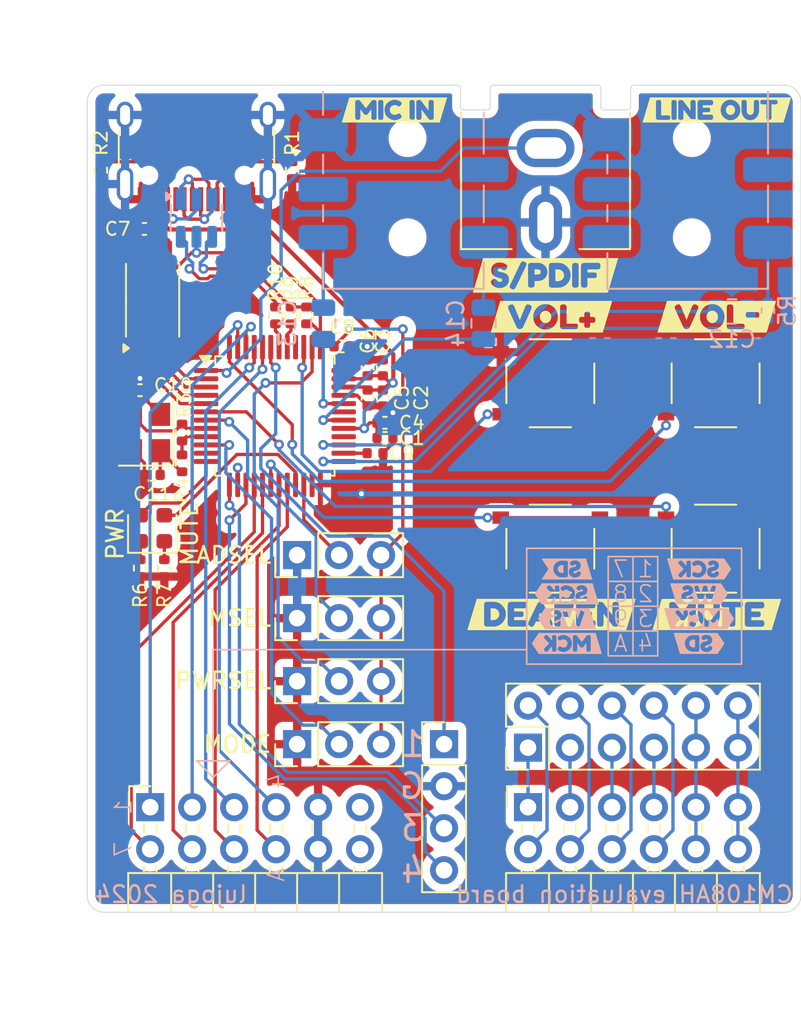
<source format=kicad_pcb>
(kicad_pcb
	(version 20240108)
	(generator "pcbnew")
	(generator_version "8.0")
	(general
		(thickness 1.6)
		(legacy_teardrops no)
	)
	(paper "A4")
	(layers
		(0 "F.Cu" signal)
		(1 "In1.Cu" signal)
		(2 "In2.Cu" signal)
		(31 "B.Cu" signal)
		(32 "B.Adhes" user "B.Adhesive")
		(33 "F.Adhes" user "F.Adhesive")
		(34 "B.Paste" user)
		(35 "F.Paste" user)
		(36 "B.SilkS" user "B.Silkscreen")
		(37 "F.SilkS" user "F.Silkscreen")
		(38 "B.Mask" user)
		(39 "F.Mask" user)
		(40 "Dwgs.User" user "User.Drawings")
		(41 "Cmts.User" user "User.Comments")
		(42 "Eco1.User" user "User.Eco1")
		(43 "Eco2.User" user "User.Eco2")
		(44 "Edge.Cuts" user)
		(45 "Margin" user)
		(46 "B.CrtYd" user "B.Courtyard")
		(47 "F.CrtYd" user "F.Courtyard")
		(48 "B.Fab" user)
		(49 "F.Fab" user)
		(50 "User.1" user)
		(51 "User.2" user)
		(52 "User.3" user)
		(53 "User.4" user)
		(54 "User.5" user)
		(55 "User.6" user)
		(56 "User.7" user)
		(57 "User.8" user)
		(58 "User.9" user)
	)
	(setup
		(stackup
			(layer "F.SilkS"
				(type "Top Silk Screen")
			)
			(layer "F.Paste"
				(type "Top Solder Paste")
			)
			(layer "F.Mask"
				(type "Top Solder Mask")
				(thickness 0.01)
			)
			(layer "F.Cu"
				(type "copper")
				(thickness 0.035)
			)
			(layer "dielectric 1"
				(type "prepreg")
				(thickness 0.1)
				(material "FR4")
				(epsilon_r 4.5)
				(loss_tangent 0.02)
			)
			(layer "In1.Cu"
				(type "copper")
				(thickness 0.035)
			)
			(layer "dielectric 2"
				(type "core")
				(thickness 1.24)
				(material "FR4")
				(epsilon_r 4.5)
				(loss_tangent 0.02)
			)
			(layer "In2.Cu"
				(type "copper")
				(thickness 0.035)
			)
			(layer "dielectric 3"
				(type "prepreg")
				(thickness 0.1)
				(material "FR4")
				(epsilon_r 4.5)
				(loss_tangent 0.02)
			)
			(layer "B.Cu"
				(type "copper")
				(thickness 0.035)
			)
			(layer "B.Mask"
				(type "Bottom Solder Mask")
				(thickness 0.01)
			)
			(layer "B.Paste"
				(type "Bottom Solder Paste")
			)
			(layer "B.SilkS"
				(type "Bottom Silk Screen")
			)
			(copper_finish "None")
			(dielectric_constraints no)
		)
		(pad_to_mask_clearance 0)
		(allow_soldermask_bridges_in_footprints no)
		(pcbplotparams
			(layerselection 0x00010fc_ffffffff)
			(plot_on_all_layers_selection 0x0000000_00000000)
			(disableapertmacros no)
			(usegerberextensions no)
			(usegerberattributes yes)
			(usegerberadvancedattributes yes)
			(creategerberjobfile yes)
			(dashed_line_dash_ratio 12.000000)
			(dashed_line_gap_ratio 3.000000)
			(svgprecision 4)
			(plotframeref no)
			(viasonmask no)
			(mode 1)
			(useauxorigin no)
			(hpglpennumber 1)
			(hpglpenspeed 20)
			(hpglpendiameter 15.000000)
			(pdf_front_fp_property_popups yes)
			(pdf_back_fp_property_popups yes)
			(dxfpolygonmode yes)
			(dxfimperialunits yes)
			(dxfusepcbnewfont yes)
			(psnegative no)
			(psa4output no)
			(plotreference yes)
			(plotvalue yes)
			(plotfptext yes)
			(plotinvisibletext no)
			(sketchpadsonfab no)
			(subtractmaskfromsilk no)
			(outputformat 1)
			(mirror no)
			(drillshape 1)
			(scaleselection 1)
			(outputdirectory "")
		)
	)
	(net 0 "")
	(net 1 "VBUS")
	(net 2 "GND")
	(net 3 "+3V3")
	(net 4 "Net-(U2-VREF)")
	(net 5 "Net-(U2-XI)")
	(net 6 "Net-(C11-Pad2)")
	(net 7 "/MICIN")
	(net 8 "Net-(C12-Pad1)")
	(net 9 "/LOR")
	(net 10 "Net-(C13-Pad1)")
	(net 11 "/LOL")
	(net 12 "Net-(C14-Pad1)")
	(net 13 "/D-")
	(net 14 "/D+")
	(net 15 "Net-(J1-CC2)")
	(net 16 "unconnected-(J1-SBU1-PadA8)")
	(net 17 "Net-(J1-CC1)")
	(net 18 "unconnected-(J1-SBU2-PadB8)")
	(net 19 "/ADSCLK")
	(net 20 "/ADLRCK")
	(net 21 "/SDIN")
	(net 22 "/ADMCLK")
	(net 23 "/DAMCLK")
	(net 24 "/DALRCK")
	(net 25 "/DASCLK")
	(net 26 "/SDOUT")
	(net 27 "/SPDIFO")
	(net 28 "unconnected-(J5-PadRN)")
	(net 29 "unconnected-(J5-PadTN)")
	(net 30 "unconnected-(J4-PadRN)")
	(net 31 "/GPIO1")
	(net 32 "/GPIO3")
	(net 33 "/GPIO4")
	(net 34 "/PWRSEL")
	(net 35 "/MODE")
	(net 36 "/ADSEL")
	(net 37 "/MSEL")
	(net 38 "Net-(LED1-K)")
	(net 39 "Net-(LED1-A)")
	(net 40 "Net-(LED2-A)")
	(net 41 "Net-(LED2-K)")
	(net 42 "Net-(U2-XO)")
	(net 43 "/VBIAS")
	(net 44 "/USBDP")
	(net 45 "/USBDN")
	(net 46 "/MUTER")
	(net 47 "/MUTEP")
	(net 48 "/VOLUP")
	(net 49 "/VOLDN")
	(net 50 "/CS")
	(net 51 "/DO")
	(net 52 "unconnected-(U1-NC-Pad7)")
	(net 53 "/DI")
	(net 54 "/SK")
	(net 55 "unconnected-(U2-PDSW-Pad40)")
	(net 56 "unconnected-(U2-N.C.-Pad28)")
	(net 57 "unconnected-(U2-N.C.-Pad11)")
	(net 58 "unconnected-(U2-LOBS-Pad31)")
	(net 59 "unconnected-(J4-PadR)")
	(net 60 "unconnected-(J4-PadTN)")
	(net 61 "unconnected-(J2-Pin_12-Pad12)")
	(net 62 "unconnected-(J2-Pin_6-Pad6)")
	(net 63 "/PASSTHROUGH8")
	(net 64 "/PASSTHROUGH_GND")
	(net 65 "/PASSTHROUGH2")
	(net 66 "/PASSTHROUGH6")
	(net 67 "/PASSTHROUGH1")
	(net 68 "/PASSTHROUGH_VCC")
	(net 69 "/PASSTHROUGH7")
	(net 70 "/PASSTHROUGH5")
	(net 71 "/PASSTHROUGH4")
	(net 72 "/PASSTHROUGH3")
	(net 73 "Net-(D1-I{slash}O2-Pad3)")
	(net 74 "Net-(D1-I{slash}O1-Pad1)")
	(footprint "Connector_PinHeader_2.54mm:PinHeader_1x03_P2.54mm_Vertical" (layer "F.Cu") (at 141.11 107.22 90))
	(footprint "Capacitor_SMD:C_0402_1005Metric" (layer "F.Cu") (at 131.87 83.69))
	(footprint "Resistor_SMD:R_0402_1005Metric" (layer "F.Cu") (at 140.735 88.92 90))
	(footprint "Resistor_SMD:R_0402_1005Metric" (layer "F.Cu") (at 141.675 88.92 90))
	(footprint "Connector_USB:USB_C_Receptacle_HRO_TYPE-C-31-M-12" (layer "F.Cu") (at 135.02 77.85 180))
	(footprint "kibuzzard-6722BD46" (layer "F.Cu") (at 147 76.5))
	(footprint "Package_QFP:LQFP-48_7x7mm_P0.5mm" (layer "F.Cu") (at 139.765 95))
	(footprint "kibuzzard-6722BD1F" (layer "F.Cu") (at 166.5 76.5))
	(footprint "Resistor_SMD:R_0402_1005Metric" (layer "F.Cu") (at 134.145 96 -90))
	(footprint "lujoga:SW_Push_SPST_NO_XKB_TS-1187A-X-X-X" (layer "F.Cu") (at 166.43 93.02))
	(footprint "Capacitor_SMD:C_0402_1005Metric" (layer "F.Cu") (at 146.425 95.41))
	(footprint "Capacitor_SMD:C_0402_1005Metric" (layer "F.Cu") (at 146.425 96.33))
	(footprint "Resistor_SMD:R_0402_1005Metric" (layer "F.Cu") (at 140.81 80.14 -90))
	(footprint "Capacitor_SMD:C_0402_1005Metric" (layer "F.Cu") (at 145.375 93.91 -90))
	(footprint "Capacitor_SMD:C_0402_1005Metric" (layer "F.Cu") (at 146.295 92.09 90))
	(footprint "Resistor_SMD:R_0402_1005Metric" (layer "F.Cu") (at 134.145 97.86 90))
	(footprint "kibuzzard-6722BC1E" (layer "F.Cu") (at 166.5 107))
	(footprint "lujoga:SW_Push_SPST_NO_XKB_TS-1187A-X-X-X" (layer "F.Cu") (at 166.43 103.02 180))
	(footprint "Resistor_SMD:R_0402_1005Metric" (layer "F.Cu") (at 133.075 104.1975 -90))
	(footprint "Connector_PinHeader_2.54mm:PinHeader_1x04_P2.54mm_Vertical" (layer "F.Cu") (at 150 114.84))
	(footprint "lujoga:PinHeader_PMOD_02x06_P2.54mm_Horizontal" (layer "F.Cu") (at 138.57 119.92 90))
	(footprint "Capacitor_SMD:C_0402_1005Metric" (layer "F.Cu") (at 131.605 93.44 180))
	(footprint "lujoga:PinSocket_PMOD_02x06_P2.54mm_Vertical" (layer "F.Cu") (at 161.43 113.78 90))
	(footprint "Capacitor_SMD:C_0402_1005Metric" (layer "F.Cu") (at 145.825 97.25))
	(footprint "Connector_PinHeader_2.54mm:PinHeader_1x03_P2.54mm_Vertical" (layer "F.Cu") (at 141.11 114.84 90))
	(footprint "kibuzzard-6722BC2E" (layer "F.Cu") (at 156.5 107))
	(footprint "Connector_PinHeader_2.54mm:PinHeader_1x03_P2.54mm_Vertical" (layer "F.Cu") (at 141.11 111.03 90))
	(footprint "lujoga:Cinch_CUI_RCJ-04x_Horizontal" (layer "F.Cu") (at 156.14 78.8 90))
	(footprint "lujoga:SW_Push_SPST_NO_XKB_TS-1187A-X-X-X" (layer "F.Cu") (at 156.43 93.02))
	(footprint "Capacitor_SMD:C_0402_1005Metric" (layer "F.Cu") (at 132.345 98.56))
	(footprint "LED_SMD:LED_0603_1608Metric"
		(layer "F.Cu")
		(uuid "9b2f919d-a79a-4406-9b7d-bd8051333067")
		(at 133.075 101.7875 90)
		(descr "LED SMD 0603 (1608 Metric), square (rectangular) end terminal, IPC_7351 nominal, (Body size source: http://www.tortai-tech.com/upload/download/2011102023233369053.pdf), generated with kicad-footprint-generator")
		(tags "LED")
		(property "Reference" "LED2"
			(at 0 -1.43 90)
			(layer "F.SilkS")
			(hide yes)
			(uuid "b834f153-cea7-4bba-9f7b-b464caa29550")
			(effects
				(font
					(size 1 1)
					(thickness 0.15)
				)
			)
		)
		(property "Value" "RED"
			(at 0 1.43 90)
			(layer "F.Fab")
			(uuid "cfee17a7-17b5-400d-a6c8-61ae92162ccc")
			(effects
				(font
					(size 1 1)
					(thickness 0.15)
				)
			)
		)
		(property "Footprint" "LED_SMD:LED_0603_1608Metric"
			(at 0 0 90)
			(unlocked yes)
			(layer "F.Fab")
			(hide yes)
			(uuid "5442aac7-ab76-480c-9fff-e48ec5aea219")
			(effects
				(font
					(size 1.27 1.27)
					(thickness 0.15)
				)
			)
		)
		(property "Datasheet" ""
			(at 0 0 90)
			(unlocked yes)
			(layer "F.Fab")
			(hide yes)
			(uuid "03ec6cb5-de42-4804-bb2f-9116a084c6f0")
			(effects
				(font
					(size 1.27 1.27)
					(thickness 0.15)
				)
			)
		)
		(property "Description" "Light emitting diode, small symbol"
			(at 0 0 90)
			(unlocked yes)
			(layer "F.Fab")
			(hide yes)
			(uuid "123c77bd-facc-4ec0-ae0b-1973d9332071")
			(effects
				(font
					(size 1.27 1.27)
					(thickness 0.15)
				)
			)
		)
		(property ki_fp_filters "LED* LED_SMD:* LED_THT:*")
		(path "/7120f1a5-86c2-4a96-9490-22f5c038772d")
		(sheetname "Stammblatt")
		(sheetfile "cm108ah-eval.kicad_sch")
		(attr smd)
		(fp_line
			(start 0.8 -0.735)
			(end -1.485 -0.735)
			(stroke
				(width 0.12)
				(type solid)
			)
			(layer "F.SilkS")
			(uuid "86e1858b-8eb5-4818-a897-87cfbdea94fd")
		)
		(fp_line
			(start -1.485 -0.735)
			(end -1.485 0.735)
			(st
... [682199 chars truncated]
</source>
